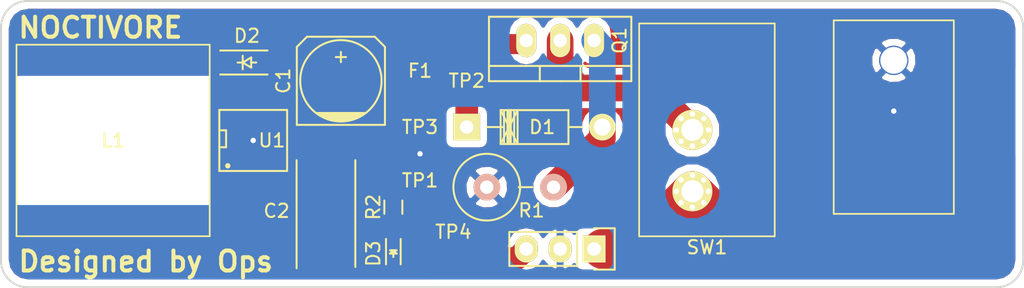
<source format=kicad_pcb>
(kicad_pcb (version 4) (host pcbnew 4.0.2+e4-6225~38~ubuntu15.04.1-stable)

  (general
    (links 49)
    (no_connects 2)
    (area 110.125 87.575 188.475 112.064524)
    (thickness 1.6)
    (drawings 11)
    (tracks 34)
    (zones 0)
    (modules 18)
    (nets 10)
  )

  (page A4)
  (title_block
    (date 2016-06-11)
  )

  (layers
    (0 F.Cu signal)
    (31 B.Cu signal)
    (32 B.Adhes user)
    (33 F.Adhes user)
    (34 B.Paste user)
    (35 F.Paste user)
    (36 B.SilkS user)
    (37 F.SilkS user)
    (38 B.Mask user)
    (39 F.Mask user)
    (40 Dwgs.User user)
    (41 Cmts.User user)
    (42 Eco1.User user)
    (43 Eco2.User user)
    (44 Edge.Cuts user)
    (45 Margin user)
    (46 B.CrtYd user)
    (47 F.CrtYd user)
    (48 B.Fab user)
    (49 F.Fab user)
  )

  (setup
    (last_trace_width 0.25)
    (trace_clearance 0.2)
    (zone_clearance 0.508)
    (zone_45_only yes)
    (trace_min 0.2)
    (segment_width 0.2)
    (edge_width 0.15)
    (via_size 0.6)
    (via_drill 0.4)
    (via_min_size 0.4)
    (via_min_drill 0.3)
    (uvia_size 0.3)
    (uvia_drill 0.1)
    (uvias_allowed no)
    (uvia_min_size 0.2)
    (uvia_min_drill 0.1)
    (pcb_text_width 0.3)
    (pcb_text_size 1.5 1.5)
    (mod_edge_width 0.15)
    (mod_text_size 1 1)
    (mod_text_width 0.15)
    (pad_size 0.508 1.143)
    (pad_drill 0)
    (pad_to_mask_clearance 0.2)
    (aux_axis_origin 0 0)
    (visible_elements FFFFFF7F)
    (pcbplotparams
      (layerselection 0x01038_80000001)
      (usegerberextensions true)
      (excludeedgelayer true)
      (linewidth 0.100000)
      (plotframeref false)
      (viasonmask false)
      (mode 1)
      (useauxorigin false)
      (hpglpennumber 1)
      (hpglpenspeed 20)
      (hpglpendiameter 15)
      (hpglpenoverlay 2)
      (psnegative false)
      (psa4output false)
      (plotreference true)
      (plotvalue false)
      (plotinvisibletext false)
      (padsonsilk false)
      (subtractmaskfromsilk false)
      (outputformat 1)
      (mirror false)
      (drillshape 0)
      (scaleselection 1)
      (outputdirectory gerbers/))
  )

  (net 0 "")
  (net 1 "Net-(C1-Pad1)")
  (net 2 GND)
  (net 3 +3V3)
  (net 4 "Net-(D1-Pad2)")
  (net 5 "Net-(D1-Pad1)")
  (net 6 "Net-(D2-Pad1)")
  (net 7 "Net-(D3-Pad1)")
  (net 8 "Net-(Q1-Pad2)")
  (net 9 /VIN)

  (net_class Default "This is the default net class."
    (clearance 0.2)
    (trace_width 0.25)
    (via_dia 0.6)
    (via_drill 0.4)
    (uvia_dia 0.3)
    (uvia_drill 0.1)
    (add_net +3V3)
    (add_net /VIN)
    (add_net GND)
    (add_net "Net-(C1-Pad1)")
    (add_net "Net-(D1-Pad1)")
    (add_net "Net-(D1-Pad2)")
    (add_net "Net-(D2-Pad1)")
    (add_net "Net-(D3-Pad1)")
    (add_net "Net-(Q1-Pad2)")
  )

  (module Capacitors_SMD:c_elec_6.3x7.7 (layer F.Cu) (tedit 5758EC29) (tstamp 5757AF48)
    (at 136.57 95.53 90)
    (descr "SMT capacitor, aluminium electrolytic, 6.3x7.7")
    (path /5750CD82)
    (attr smd)
    (fp_text reference C1 (at 0 -4.318 90) (layer F.SilkS)
      (effects (font (size 1 1) (thickness 0.15)))
    )
    (fp_text value 68uF (at 0 4.318 90) (layer F.Fab) hide
      (effects (font (size 1 1) (thickness 0.15)))
    )
    (fp_line (start -4.85 -3.55) (end 4.85 -3.55) (layer F.CrtYd) (width 0.05))
    (fp_line (start 4.85 -3.55) (end 4.85 3.55) (layer F.CrtYd) (width 0.05))
    (fp_line (start 4.85 3.55) (end -4.85 3.55) (layer F.CrtYd) (width 0.05))
    (fp_line (start -4.85 3.55) (end -4.85 -3.55) (layer F.CrtYd) (width 0.05))
    (fp_line (start -2.921 -0.762) (end -2.921 0.762) (layer F.SilkS) (width 0.15))
    (fp_line (start -2.794 1.143) (end -2.794 -1.143) (layer F.SilkS) (width 0.15))
    (fp_line (start -2.667 -1.397) (end -2.667 1.397) (layer F.SilkS) (width 0.15))
    (fp_line (start -2.54 1.651) (end -2.54 -1.651) (layer F.SilkS) (width 0.15))
    (fp_line (start -2.413 -1.778) (end -2.413 1.778) (layer F.SilkS) (width 0.15))
    (fp_line (start -3.302 -3.302) (end -3.302 3.302) (layer F.SilkS) (width 0.15))
    (fp_line (start -3.302 3.302) (end 2.54 3.302) (layer F.SilkS) (width 0.15))
    (fp_line (start 2.54 3.302) (end 3.302 2.54) (layer F.SilkS) (width 0.15))
    (fp_line (start 3.302 2.54) (end 3.302 -2.54) (layer F.SilkS) (width 0.15))
    (fp_line (start 3.302 -2.54) (end 2.54 -3.302) (layer F.SilkS) (width 0.15))
    (fp_line (start 2.54 -3.302) (end -3.302 -3.302) (layer F.SilkS) (width 0.15))
    (fp_line (start 2.159 0) (end 1.397 0) (layer F.SilkS) (width 0.15))
    (fp_line (start 1.778 -0.381) (end 1.778 0.381) (layer F.SilkS) (width 0.15))
    (fp_circle (center 0 0) (end -3.048 0) (layer F.SilkS) (width 0.15))
    (pad 1 smd rect (at 2.75082 0 90) (size 3.59918 1.6002) (layers F.Cu F.Paste F.Mask)
      (net 1 "Net-(C1-Pad1)"))
    (pad 2 smd rect (at -2.75082 0 90) (size 3.59918 1.6002) (layers F.Cu F.Paste F.Mask)
      (net 2 GND))
    (model Capacitors_SMD.3dshapes/c_elec_6.3x7.7.wrl
      (at (xyz 0 0 0))
      (scale (xyz 1 1 1))
      (rotate (xyz 0 0 0))
    )
  )

  (module Capacitors_Tantalum_SMD:TantalC_SizeD_EIA-7343_Reflow (layer F.Cu) (tedit 5757B367) (tstamp 5757AF4E)
    (at 135.45 105.28 90)
    (descr "Tantal Cap. , Size D, EIA-7343, Reflow")
    (tags "Tantal Capacitor Size-D EIA-7343 Reflow")
    (path /5750CEDA)
    (attr smd)
    (fp_text reference C2 (at 0 -3.7 180) (layer F.SilkS)
      (effects (font (size 1 1) (thickness 0.15)))
    )
    (fp_text value 10uF (at -0.09906 3.59918 90) (layer F.Fab) hide
      (effects (font (size 1 1) (thickness 0.15)))
    )
    (fp_line (start 4.6 -2.6) (end -4.6 -2.6) (layer F.CrtYd) (width 0.05))
    (fp_line (start -4.6 -2.6) (end -4.6 2.6) (layer F.CrtYd) (width 0.05))
    (fp_line (start -4.6 2.6) (end 4.6 2.6) (layer F.CrtYd) (width 0.05))
    (fp_line (start 4.6 2.6) (end 4.6 -2.6) (layer F.CrtYd) (width 0.05))
    (fp_line (start -4.2 2.2) (end 3.8 2.2) (layer F.SilkS) (width 0.15))
    (fp_line (start 3.8 -2.2) (end -4.3 -2.2) (layer F.SilkS) (width 0.15))
    (pad 2 smd rect (at 3.12 0 90) (size 2.37 2.43) (layers F.Cu F.Paste F.Mask)
      (net 2 GND))
    (pad 1 smd rect (at -3.12 0 90) (size 2.37 2.43) (layers F.Cu F.Paste F.Mask)
      (net 3 +3V3))
    (model Capacitors_Tantalum_SMD.3dshapes/TantalC_SizeD_EIA-7343_Reflow.wrl
      (at (xyz 0 0 0))
      (scale (xyz 1 1 1))
      (rotate (xyz 0 0 180))
    )
  )

  (module Diodes_ThroughHole:Diode_DO-41_SOD81_Horizontal_RM10 (layer F.Cu) (tedit 5758F3EE) (tstamp 5757AF54)
    (at 146 99)
    (descr "Diode, DO-41, SOD81, Horizontal, RM 10mm,")
    (tags "Diode, DO-41, SOD81, Horizontal, RM 10mm, 1N4007, SB140,")
    (path /5750CD17)
    (fp_text reference D1 (at 5.65 0) (layer F.SilkS)
      (effects (font (size 1 1) (thickness 0.15)))
    )
    (fp_text value 1N4749A (at 4.37134 -3.55854) (layer F.Fab) hide
      (effects (font (size 1 1) (thickness 0.15)))
    )
    (fp_line (start 7.62 -0.00254) (end 8.636 -0.00254) (layer F.SilkS) (width 0.15))
    (fp_line (start 2.794 -0.00254) (end 1.524 -0.00254) (layer F.SilkS) (width 0.15))
    (fp_line (start 3.048 -1.27254) (end 3.048 1.26746) (layer F.SilkS) (width 0.15))
    (fp_line (start 3.302 -1.27254) (end 3.302 1.26746) (layer F.SilkS) (width 0.15))
    (fp_line (start 3.556 -1.27254) (end 3.556 1.26746) (layer F.SilkS) (width 0.15))
    (fp_line (start 2.794 -1.27254) (end 2.794 1.26746) (layer F.SilkS) (width 0.15))
    (fp_line (start 3.81 -1.27254) (end 2.54 1.26746) (layer F.SilkS) (width 0.15))
    (fp_line (start 2.54 -1.27254) (end 3.81 1.26746) (layer F.SilkS) (width 0.15))
    (fp_line (start 3.81 -1.27254) (end 3.81 1.26746) (layer F.SilkS) (width 0.15))
    (fp_line (start 3.175 -1.27254) (end 3.175 1.26746) (layer F.SilkS) (width 0.15))
    (fp_line (start 2.54 1.26746) (end 2.54 -1.27254) (layer F.SilkS) (width 0.15))
    (fp_line (start 2.54 -1.27254) (end 7.62 -1.27254) (layer F.SilkS) (width 0.15))
    (fp_line (start 7.62 -1.27254) (end 7.62 1.26746) (layer F.SilkS) (width 0.15))
    (fp_line (start 7.62 1.26746) (end 2.54 1.26746) (layer F.SilkS) (width 0.15))
    (pad 2 thru_hole circle (at 10.16 -0.00254 180) (size 1.99898 1.99898) (drill 1.27) (layers *.Cu *.Mask F.SilkS)
      (net 4 "Net-(D1-Pad2)"))
    (pad 1 thru_hole rect (at 0 -0.00254 180) (size 1.99898 1.99898) (drill 1.00076) (layers *.Cu *.Mask F.SilkS)
      (net 5 "Net-(D1-Pad1)"))
  )

  (module Diodes_SMD:SOD-123 (layer F.Cu) (tedit 5757AF95) (tstamp 5757AF5A)
    (at 129.53 94.16)
    (descr SOD-123)
    (tags SOD-123)
    (path /5750CDC7)
    (attr smd)
    (fp_text reference D2 (at 0 -2) (layer F.SilkS)
      (effects (font (size 1 1) (thickness 0.15)))
    )
    (fp_text value MBRS130L (at 0 2.1) (layer F.Fab) hide
      (effects (font (size 1 1) (thickness 0.15)))
    )
    (fp_line (start 0.3175 0) (end 0.6985 0) (layer F.SilkS) (width 0.15))
    (fp_line (start -0.6985 0) (end -0.3175 0) (layer F.SilkS) (width 0.15))
    (fp_line (start -0.3175 0) (end 0.3175 -0.381) (layer F.SilkS) (width 0.15))
    (fp_line (start 0.3175 -0.381) (end 0.3175 0.381) (layer F.SilkS) (width 0.15))
    (fp_line (start 0.3175 0.381) (end -0.3175 0) (layer F.SilkS) (width 0.15))
    (fp_line (start -0.3175 -0.508) (end -0.3175 0.508) (layer F.SilkS) (width 0.15))
    (fp_line (start -2.25 -1.05) (end 2.25 -1.05) (layer F.CrtYd) (width 0.05))
    (fp_line (start 2.25 -1.05) (end 2.25 1.05) (layer F.CrtYd) (width 0.05))
    (fp_line (start 2.25 1.05) (end -2.25 1.05) (layer F.CrtYd) (width 0.05))
    (fp_line (start -2.25 -1.05) (end -2.25 1.05) (layer F.CrtYd) (width 0.05))
    (fp_line (start -2 0.9) (end 1.54 0.9) (layer F.SilkS) (width 0.15))
    (fp_line (start -2 -0.9) (end 1.54 -0.9) (layer F.SilkS) (width 0.15))
    (pad 1 smd rect (at -1.635 0) (size 0.91 1.22) (layers F.Cu F.Paste F.Mask)
      (net 6 "Net-(D2-Pad1)"))
    (pad 2 smd rect (at 1.635 0) (size 0.91 1.22) (layers F.Cu F.Paste F.Mask)
      (net 2 GND))
  )

  (module LEDs:LED_0603 (layer F.Cu) (tedit 5758F7FE) (tstamp 5757AF60)
    (at 140.5 108.48 270)
    (descr "LED 0603 smd package")
    (tags "LED led 0603 SMD smd SMT smt smdled SMDLED smtled SMTLED")
    (path /5750D03D)
    (attr smd)
    (fp_text reference D3 (at 0 1.5 270) (layer F.SilkS)
      (effects (font (size 1 1) (thickness 0.15)))
    )
    (fp_text value "PWR LED" (at 0 1.5 270) (layer F.Fab) hide
      (effects (font (size 1 1) (thickness 0.15)))
    )
    (fp_line (start -1.1 0.55) (end 0.8 0.55) (layer F.SilkS) (width 0.15))
    (fp_line (start -1.1 -0.55) (end 0.8 -0.55) (layer F.SilkS) (width 0.15))
    (fp_line (start -0.2 0) (end 0.25 0) (layer F.SilkS) (width 0.15))
    (fp_line (start -0.25 -0.25) (end -0.25 0.25) (layer F.SilkS) (width 0.15))
    (fp_line (start -0.25 0) (end 0 -0.25) (layer F.SilkS) (width 0.15))
    (fp_line (start 0 -0.25) (end 0 0.25) (layer F.SilkS) (width 0.15))
    (fp_line (start 0 0.25) (end -0.25 0) (layer F.SilkS) (width 0.15))
    (fp_line (start 1.4 -0.75) (end 1.4 0.75) (layer F.CrtYd) (width 0.05))
    (fp_line (start 1.4 0.75) (end -1.4 0.75) (layer F.CrtYd) (width 0.05))
    (fp_line (start -1.4 0.75) (end -1.4 -0.75) (layer F.CrtYd) (width 0.05))
    (fp_line (start -1.4 -0.75) (end 1.4 -0.75) (layer F.CrtYd) (width 0.05))
    (pad 2 smd rect (at 0.7493 0 90) (size 0.79756 0.79756) (layers F.Cu F.Paste F.Mask)
      (net 3 +3V3))
    (pad 1 smd rect (at -0.7493 0 90) (size 0.79756 0.79756) (layers F.Cu F.Paste F.Mask)
      (net 7 "Net-(D3-Pad1)"))
    (model LEDs.3dshapes/LED_0603.wrl
      (at (xyz 0 0 0))
      (scale (xyz 1 1 1))
      (rotate (xyz 0 0 180))
    )
  )

  (module Fuse_Holders_and_Fuses:Fuse_SMD1206_Reflow (layer F.Cu) (tedit 5758ECC9) (tstamp 5757AF66)
    (at 142.5 92.77918 180)
    (descr "Fuse, Sicherung, SMD1206, Littlefuse-Wickmann, Reflow,")
    (tags "Fuse, Sicherung, SMD1206,  Littlefuse-Wickmann, Reflow,")
    (path /5750CD4F)
    (attr smd)
    (fp_text reference F1 (at 0 -2 180) (layer F.SilkS)
      (effects (font (size 1 1) (thickness 0.15)))
    )
    (fp_text value 0ZCJ0050AF2E (at -0.44958 3.2004 180) (layer F.Fab) hide
      (effects (font (size 1 1) (thickness 0.15)))
    )
    (pad 1 smd rect (at -1.20396 0 270) (size 2.02946 1.14046) (layers F.Cu F.Paste F.Mask)
      (net 5 "Net-(D1-Pad1)"))
    (pad 2 smd rect (at 1.20396 0 270) (size 2.02946 1.14046) (layers F.Cu F.Paste F.Mask)
      (net 1 "Net-(C1-Pad1)"))
  )

  (module power_breakout:PE-53820SNL_Pulse_Inductor (layer F.Cu) (tedit 5757B2BF) (tstamp 5757AF70)
    (at 119.5 100 270)
    (path /5750CDF8)
    (fp_text reference L1 (at 0 0 360) (layer F.SilkS)
      (effects (font (size 1 1) (thickness 0.15)))
    )
    (fp_text value 100uH (at 0 8.25 270) (layer F.Fab) hide
      (effects (font (size 1 1) (thickness 0.15)))
    )
    (fp_line (start -7.175 7.24) (end -7.175 -7.24) (layer F.SilkS) (width 0.127))
    (fp_line (start 7.175 7.24) (end -7.175 7.24) (layer F.SilkS) (width 0.127))
    (fp_line (start 7.175 -7.24) (end 7.175 7.24) (layer F.SilkS) (width 0.127))
    (fp_line (start -7.175 -7.24) (end 7.175 -7.24) (layer F.SilkS) (width 0.127))
    (pad 1 smd oval (at -5.84 0 270) (size 1.52 13.21) (layers F.Cu F.Paste F.Mask)
      (net 6 "Net-(D2-Pad1)"))
    (pad 2 smd oval (at 5.84 0 270) (size 1.52 13.21) (layers F.Cu F.Paste F.Mask)
      (net 3 +3V3))
  )

  (module TO_SOT_Packages_THT:TO-220_Neutral123_Vertical (layer F.Cu) (tedit 5758F3D3) (tstamp 5757AF77)
    (at 153 92.51 180)
    (descr "TO-220, Neutral, Vertical,")
    (tags "TO-220, Neutral, Vertical,")
    (path /5750CCA2)
    (fp_text reference Q1 (at -4.45 0 270) (layer F.SilkS)
      (effects (font (size 1 1) (thickness 0.15)))
    )
    (fp_text value FQP47P06 (at 0 3.81 180) (layer F.Fab) hide
      (effects (font (size 1 1) (thickness 0.15)))
    )
    (fp_line (start -1.524 -3.048) (end -1.524 -1.905) (layer F.SilkS) (width 0.15))
    (fp_line (start 1.524 -3.048) (end 1.524 -1.905) (layer F.SilkS) (width 0.15))
    (fp_line (start 5.334 -1.905) (end 5.334 1.778) (layer F.SilkS) (width 0.15))
    (fp_line (start 5.334 1.778) (end -5.334 1.778) (layer F.SilkS) (width 0.15))
    (fp_line (start -5.334 1.778) (end -5.334 -1.905) (layer F.SilkS) (width 0.15))
    (fp_line (start 5.334 -3.048) (end 5.334 -1.905) (layer F.SilkS) (width 0.15))
    (fp_line (start 5.334 -1.905) (end -5.334 -1.905) (layer F.SilkS) (width 0.15))
    (fp_line (start -5.334 -1.905) (end -5.334 -3.048) (layer F.SilkS) (width 0.15))
    (fp_line (start 0 -3.048) (end -5.334 -3.048) (layer F.SilkS) (width 0.15))
    (fp_line (start 0 -3.048) (end 5.334 -3.048) (layer F.SilkS) (width 0.15))
    (pad 2 thru_hole oval (at 0 0 270) (size 2.49936 1.50114) (drill 1.00076) (layers *.Cu *.Mask F.SilkS)
      (net 8 "Net-(Q1-Pad2)"))
    (pad 1 thru_hole oval (at -2.54 0 270) (size 2.49936 1.50114) (drill 1.00076) (layers *.Cu *.Mask F.SilkS)
      (net 4 "Net-(D1-Pad2)"))
    (pad 3 thru_hole oval (at 2.54 0 270) (size 2.49936 1.50114) (drill 1.00076) (layers *.Cu *.Mask F.SilkS)
      (net 5 "Net-(D1-Pad1)"))
    (model TO_SOT_Packages_THT.3dshapes/TO-220_Neutral123_Vertical.wrl
      (at (xyz 0 0 0))
      (scale (xyz 0.3937 0.3937 0.3937))
      (rotate (xyz 0 0 0))
    )
  )

  (module Resistors_SMD:R_0603 (layer F.Cu) (tedit 5758F802) (tstamp 5757AF83)
    (at 140.5 105 90)
    (descr "Resistor SMD 0603, reflow soldering, Vishay (see dcrcw.pdf)")
    (tags "resistor 0603")
    (path /5750CF7B)
    (attr smd)
    (fp_text reference R2 (at 0 -1.5 90) (layer F.SilkS)
      (effects (font (size 1 1) (thickness 0.15)))
    )
    (fp_text value 100 (at 0 1.9 90) (layer F.Fab) hide
      (effects (font (size 1 1) (thickness 0.15)))
    )
    (fp_line (start -1.3 -0.8) (end 1.3 -0.8) (layer F.CrtYd) (width 0.05))
    (fp_line (start -1.3 0.8) (end 1.3 0.8) (layer F.CrtYd) (width 0.05))
    (fp_line (start -1.3 -0.8) (end -1.3 0.8) (layer F.CrtYd) (width 0.05))
    (fp_line (start 1.3 -0.8) (end 1.3 0.8) (layer F.CrtYd) (width 0.05))
    (fp_line (start 0.5 0.675) (end -0.5 0.675) (layer F.SilkS) (width 0.15))
    (fp_line (start -0.5 -0.675) (end 0.5 -0.675) (layer F.SilkS) (width 0.15))
    (pad 1 smd rect (at -0.75 0 90) (size 0.5 0.9) (layers F.Cu F.Paste F.Mask)
      (net 7 "Net-(D3-Pad1)"))
    (pad 2 smd rect (at 0.75 0 90) (size 0.5 0.9) (layers F.Cu F.Paste F.Mask)
      (net 2 GND))
    (model Resistors_SMD.3dshapes/R_0603.wrl
      (at (xyz 0 0 0))
      (scale (xyz 1 1 1))
      (rotate (xyz 0 0 0))
    )
  )

  (module power_breakout:RCS-0C_Test_Point (layer F.Cu) (tedit 5758F1A6) (tstamp 5757AFA2)
    (at 142.5 101)
    (path /5757889C)
    (fp_text reference TP1 (at 0 2) (layer F.SilkS)
      (effects (font (size 1 1) (thickness 0.15)))
    )
    (fp_text value TP1 (at 0 2) (layer F.Fab) hide
      (effects (font (size 1 1) (thickness 0.15)))
    )
    (pad 1 smd rect (at 0 0) (size 3.3 1.7) (layers F.Cu F.Paste F.Mask)
      (net 2 GND))
  )

  (module power_breakout:RCS-0C_Test_Point (layer F.Cu) (tedit 5757B9B6) (tstamp 5757AFA7)
    (at 146 92.77918 90)
    (path /575789D6)
    (fp_text reference TP2 (at -2.75 0 180) (layer F.SilkS)
      (effects (font (size 1 1) (thickness 0.15)))
    )
    (fp_text value TP1 (at 0 2 90) (layer F.Fab) hide
      (effects (font (size 1 1) (thickness 0.15)))
    )
    (pad 1 smd rect (at 0 0 90) (size 3.3 1.7) (layers F.Cu F.Paste F.Mask)
      (net 5 "Net-(D1-Pad1)"))
  )

  (module power_breakout:RCS-0C_Test_Point (layer F.Cu) (tedit 5757B51B) (tstamp 5757AFAC)
    (at 142.5 97)
    (path /57578A9C)
    (fp_text reference TP3 (at 0 2) (layer F.SilkS)
      (effects (font (size 1 1) (thickness 0.15)))
    )
    (fp_text value TP1 (at 0 2) (layer F.Fab) hide
      (effects (font (size 1 1) (thickness 0.15)))
    )
    (pad 1 smd rect (at 0 0) (size 3.3 1.7) (layers F.Cu F.Paste F.Mask)
      (net 1 "Net-(C1-Pad1)"))
  )

  (module power_breakout:RCS-0C_Test_Point (layer F.Cu) (tedit 5757AFAC) (tstamp 5757AFB1)
    (at 145 108.85)
    (path /57578588)
    (fp_text reference TP4 (at 0 -2) (layer F.SilkS)
      (effects (font (size 1 1) (thickness 0.15)))
    )
    (fp_text value TP1 (at 0 2) (layer F.Fab) hide
      (effects (font (size 1 1) (thickness 0.15)))
    )
    (pad 1 smd rect (at 0 0) (size 3.3 1.7) (layers F.Cu F.Paste F.Mask)
      (net 3 +3V3))
  )

  (module SMD_Packages:SOIC-8-N (layer F.Cu) (tedit 575902E3) (tstamp 5757AFBD)
    (at 130 100)
    (descr "Module Narrow CMS SOJ 8 pins large")
    (tags "CMS SOJ")
    (path /5750D76B)
    (attr smd)
    (fp_text reference U1 (at 1.4 0) (layer F.SilkS)
      (effects (font (size 1 1) (thickness 0.15)))
    )
    (fp_text value LM2594 (at 0 1.27) (layer F.Fab) hide
      (effects (font (size 1 1) (thickness 0.15)))
    )
    (fp_line (start -2.54 -2.286) (end 2.54 -2.286) (layer F.SilkS) (width 0.15))
    (fp_line (start 2.54 -2.286) (end 2.54 2.286) (layer F.SilkS) (width 0.15))
    (fp_line (start 2.54 2.286) (end -2.54 2.286) (layer F.SilkS) (width 0.15))
    (fp_line (start -2.54 2.286) (end -2.54 -2.286) (layer F.SilkS) (width 0.15))
    (fp_line (start -2.54 -0.762) (end -2.032 -0.762) (layer F.SilkS) (width 0.15))
    (fp_line (start -2.032 -0.762) (end -2.032 0.508) (layer F.SilkS) (width 0.15))
    (fp_line (start -2.032 0.508) (end -2.54 0.508) (layer F.SilkS) (width 0.15))
    (pad 8 smd rect (at -1.905 -3.175) (size 0.508 1.143) (layers F.Cu F.Paste F.Mask)
      (net 6 "Net-(D2-Pad1)"))
    (pad 7 smd rect (at -0.635 -3.175) (size 0.508 1.143) (layers F.Cu F.Paste F.Mask)
      (net 1 "Net-(C1-Pad1)"))
    (pad 6 smd rect (at 0.635 -3.175) (size 0.508 1.143) (layers F.Cu F.Paste F.Mask)
      (net 2 GND))
    (pad 5 smd rect (at 1.905 -3.175) (size 0.508 1.143) (layers F.Cu F.Paste F.Mask)
      (net 2 GND))
    (pad 4 smd rect (at 1.905 3.175) (size 0.508 1.143) (layers F.Cu F.Paste F.Mask)
      (net 3 +3V3))
    (pad 3 smd rect (at 0.635 3.175) (size 0.508 1.143) (layers F.Cu F.Paste F.Mask)
      (net 2 GND))
    (pad 2 smd rect (at -0.635 3.175) (size 0.508 1.143) (layers F.Cu F.Paste F.Mask)
      (net 2 GND))
    (pad 1 smd rect (at -1.905 3.175) (size 0.508 1.143) (layers F.Cu F.Paste F.Mask)
      (net 2 GND))
    (model SMD_Packages.3dshapes/SOIC-8-N.wrl
      (at (xyz 0 0 0))
      (scale (xyz 0.5 0.38 0.5))
      (rotate (xyz 0 0 0))
    )
  )

  (module Resistors_ThroughHole:Resistor_Vertical_RM5mm (layer F.Cu) (tedit 5758F3F8) (tstamp 5757B4C2)
    (at 150 103.5)
    (descr "Resistor, Vertical, RM 5mm, 1/3W,")
    (tags "Resistor, Vertical, RM 5mm, 1/3W,")
    (path /5750CD32)
    (fp_text reference R1 (at 0.85 1.75) (layer F.SilkS)
      (effects (font (size 1 1) (thickness 0.15)))
    )
    (fp_text value 100K (at 0 4.50088) (layer F.Fab) hide
      (effects (font (size 1 1) (thickness 0.15)))
    )
    (fp_line (start -0.09906 0) (end 0.9017 0) (layer F.SilkS) (width 0.15))
    (fp_circle (center -2.49936 0) (end 0 0) (layer F.SilkS) (width 0.15))
    (pad 1 thru_hole circle (at -2.49936 0) (size 1.99898 1.99898) (drill 1.00076) (layers *.Cu *.SilkS *.Mask)
      (net 2 GND))
    (pad 2 thru_hole circle (at 2.5019 0) (size 1.99898 1.99898) (drill 1.00076) (layers *.Cu *.SilkS *.Mask)
      (net 4 "Net-(D1-Pad2)"))
  )

  (module Pin_Headers:Pin_Header_Straight_1x03 (layer F.Cu) (tedit 5757B897) (tstamp 5757B896)
    (at 155.54 108.13 270)
    (descr "Through hole pin header")
    (tags "pin header")
    (path /5757BC10)
    (fp_text reference P1 (at 0 -5.1 270) (layer F.SilkS) hide
      (effects (font (size 1 1) (thickness 0.15)))
    )
    (fp_text value Header (at 0 -3.1 270) (layer F.Fab) hide
      (effects (font (size 1 1) (thickness 0.15)))
    )
    (fp_line (start -1.75 -1.75) (end -1.75 6.85) (layer F.CrtYd) (width 0.05))
    (fp_line (start 1.75 -1.75) (end 1.75 6.85) (layer F.CrtYd) (width 0.05))
    (fp_line (start -1.75 -1.75) (end 1.75 -1.75) (layer F.CrtYd) (width 0.05))
    (fp_line (start -1.75 6.85) (end 1.75 6.85) (layer F.CrtYd) (width 0.05))
    (fp_line (start -1.27 1.27) (end -1.27 6.35) (layer F.SilkS) (width 0.15))
    (fp_line (start -1.27 6.35) (end 1.27 6.35) (layer F.SilkS) (width 0.15))
    (fp_line (start 1.27 6.35) (end 1.27 1.27) (layer F.SilkS) (width 0.15))
    (fp_line (start 1.55 -1.55) (end 1.55 0) (layer F.SilkS) (width 0.15))
    (fp_line (start 1.27 1.27) (end -1.27 1.27) (layer F.SilkS) (width 0.15))
    (fp_line (start -1.55 0) (end -1.55 -1.55) (layer F.SilkS) (width 0.15))
    (fp_line (start -1.55 -1.55) (end 1.55 -1.55) (layer F.SilkS) (width 0.15))
    (pad 1 thru_hole rect (at 0 0 270) (size 2.032 1.7272) (drill 1.016) (layers *.Cu *.Mask F.SilkS)
      (net 9 /VIN))
    (pad 2 thru_hole oval (at 0 2.54 270) (size 2.032 1.7272) (drill 1.016) (layers *.Cu *.Mask F.SilkS)
      (net 2 GND))
    (pad 3 thru_hole oval (at 0 5.08 270) (size 2.032 1.7272) (drill 1.016) (layers *.Cu *.Mask F.SilkS)
      (net 3 +3V3))
    (model Pin_Headers.3dshapes/Pin_Header_Straight_1x03.wrl
      (at (xyz 0 -0.1 0))
      (scale (xyz 1 1 1))
      (rotate (xyz 0 0 90))
    )
  )

  (module power_breakout:GF-123-0054 (layer F.Cu) (tedit 5758F232) (tstamp 5757AF9D)
    (at 164 99.209 90)
    (path /5757A596)
    (fp_text reference SW1 (at -8.8 0 180) (layer F.SilkS)
      (effects (font (size 1 1) (thickness 0.15)))
    )
    (fp_text value GF-123-0054 (at 0 -5.9 90) (layer F.Fab) hide
      (effects (font (size 1 1) (thickness 0.15)))
    )
    (fp_line (start -7.975 5.08) (end -7.975 -5.08) (layer F.SilkS) (width 0.127))
    (fp_line (start 7.975 5.08) (end -7.975 5.08) (layer F.SilkS) (width 0.127))
    (fp_line (start 7.975 -5.08) (end 7.975 5.08) (layer F.SilkS) (width 0.127))
    (fp_line (start -7.975 -5.08) (end 7.975 -5.08) (layer F.SilkS) (width 0.127))
    (pad 2 thru_hole circle (at 0 -1.09 90) (size 3 3) (drill 1.65) (layers *.Cu *.Mask F.SilkS)
      (net 8 "Net-(Q1-Pad2)"))
    (pad 1 thru_hole circle (at -4.6 -1.09 90) (size 3 3) (drill 1.65) (layers *.Cu *.Mask F.SilkS)
      (net 9 /VIN))
    (pad 2 thru_hole circle (at 0 -2.29 90) (size 0.45 0.45) (drill 0.4) (layers *.Cu)
      (net 8 "Net-(Q1-Pad2)"))
    (pad 2 thru_hole circle (at 0 0.11 90) (size 0.45 0.45) (drill 0.4) (layers *.Cu)
      (net 8 "Net-(Q1-Pad2)"))
    (pad 2 thru_hole circle (at 1.2 -1.09 90) (size 0.45 0.45) (drill 0.4) (layers *.Cu)
      (net 8 "Net-(Q1-Pad2)"))
    (pad 2 thru_hole circle (at -1.2 -1.09 90) (size 0.45 0.45) (drill 0.4) (layers *.Cu)
      (net 8 "Net-(Q1-Pad2)"))
    (pad 2 thru_hole circle (at 0.849 -1.939 90) (size 0.45 0.45) (drill 0.4) (layers *.Cu)
      (net 8 "Net-(Q1-Pad2)"))
    (pad 2 thru_hole circle (at -0.849 -1.939 90) (size 0.45 0.45) (drill 0.4) (layers *.Cu)
      (net 8 "Net-(Q1-Pad2)"))
    (pad 2 thru_hole circle (at -0.849 -0.241 90) (size 0.45 0.45) (drill 0.4) (layers *.Cu)
      (net 8 "Net-(Q1-Pad2)"))
    (pad 2 thru_hole circle (at 0.849 -0.241 90) (size 0.45 0.45) (drill 0.4) (layers *.Cu)
      (net 8 "Net-(Q1-Pad2)"))
    (pad 1 thru_hole circle (at -4.6 -2.29 90) (size 0.45 0.45) (drill 0.4) (layers *.Cu)
      (net 9 /VIN))
    (pad 1 thru_hole circle (at -4.6 0.11 90) (size 0.45 0.45) (drill 0.4) (layers *.Cu)
      (net 9 /VIN))
    (pad 1 thru_hole circle (at -3.4 -1.09 90) (size 0.45 0.45) (drill 0.4) (layers *.Cu)
      (net 9 /VIN))
    (pad 1 thru_hole circle (at -5.8 -1.09 90) (size 0.45 0.45) (drill 0.4) (layers *.Cu)
      (net 9 /VIN))
    (pad 1 thru_hole circle (at -5.449 -1.939 90) (size 0.45 0.45) (drill 0.4) (layers *.Cu)
      (net 9 /VIN))
    (pad 1 thru_hole circle (at -3.751 -1.939 90) (size 0.45 0.45) (drill 0.4) (layers *.Cu)
      (net 9 /VIN))
    (pad 1 thru_hole circle (at -3.751 -0.241 90) (size 0.45 0.45) (drill 0.4) (layers *.Cu)
      (net 9 /VIN))
    (pad 1 thru_hole circle (at -5.449 -0.241 90) (size 0.45 0.45) (drill 0.4) (layers *.Cu)
      (net 9 /VIN))
  )

  (module power_breakout:PJ-036AH-SMT-TR_Barrel_Jack (layer F.Cu) (tedit 5758FDCE) (tstamp 5758EC3B)
    (at 178 91 270)
    (path /5758E625)
    (fp_text reference CON1 (at 12.55 5.5 270) (layer F.SilkS) hide
      (effects (font (size 1 1) (thickness 0.15)))
    )
    (fp_text value BARREL_JACK (at 6.8 -9.5 270) (layer F.Fab) hide
      (effects (font (size 1 1) (thickness 0.15)))
    )
    (fp_line (start 14.5 -4.5) (end 0 -4.5) (layer F.SilkS) (width 0.127))
    (fp_line (start 14.5 4.5) (end 14.5 -4.5) (layer F.SilkS) (width 0.127))
    (fp_line (start 0 4.5) (end 14.5 4.5) (layer F.SilkS) (width 0.127))
    (fp_line (start 0 -4.5) (end 0 4.5) (layer F.SilkS) (width 0.127))
    (pad "" thru_hole circle (at 3 0 270) (size 2.2 2.2) (drill 2) (layers *.Cu *.Mask)
      (net 2 GND))
    (pad 3 smd rect (at 6.8 6.45 270) (size 6.2 3.9) (layers F.Cu F.Paste F.Mask)
      (net 2 GND))
    (pad 2 smd rect (at 6.8 -6.45 270) (size 6.2 3.9) (layers F.Cu F.Paste F.Mask)
      (net 2 GND))
    (pad 1 smd rect (at 15.8 1 270) (size 4.4 3.3) (layers F.Cu F.Paste F.Mask)
      (net 9 /VIN))
  )

  (gr_circle (center 128.095 101.9) (end 128.11 102) (layer F.SilkS) (width 0.2))
  (gr_text NOCTIVORE (at 118.55 91.55) (layer F.SilkS)
    (effects (font (size 1.5 1.5) (thickness 0.3)))
  )
  (gr_text "Designed by Ops" (at 121.95 109.07) (layer F.SilkS)
    (effects (font (size 1.5 1.5) (thickness 0.3)))
  )
  (gr_arc (start 185.7 91.55) (end 185.7 89.55) (angle 90) (layer Edge.Cuts) (width 0.15) (tstamp 5758EFD8))
  (gr_arc (start 185.7 109) (end 187.7 109) (angle 90) (layer Edge.Cuts) (width 0.15) (tstamp 5758EFD5))
  (gr_arc (start 113.1 109) (end 113.1 111) (angle 90) (layer Edge.Cuts) (width 0.15) (tstamp 5758EFD1))
  (gr_arc (start 113.1 91.55) (end 111.1 91.55) (angle 90) (layer Edge.Cuts) (width 0.15))
  (gr_line (start 111.1 109) (end 111.1 91.55) (layer Edge.Cuts) (width 0.15))
  (gr_line (start 185.7 111) (end 113.1 111) (layer Edge.Cuts) (width 0.15))
  (gr_line (start 187.7 91.55) (end 187.7 109) (layer Edge.Cuts) (width 0.15))
  (gr_line (start 113.1 89.55) (end 185.7 89.55) (layer Edge.Cuts) (width 0.15))

  (via (at 130 100) (size 0.6) (drill 0.4) (layers F.Cu B.Cu) (net 0) (tstamp 5759028D))
  (via (at 178 97.8) (size 0.6) (drill 0.4) (layers F.Cu B.Cu) (net 0))
  (segment (start 129.365 96.825) (end 129.365 93.545) (width 0.508) (layer F.Cu) (net 1))
  (segment (start 129.365 93.545) (end 130.13082 92.77918) (width 0.508) (layer F.Cu) (net 1))
  (segment (start 130.13082 92.77918) (end 135.5199 92.77918) (width 0.508) (layer F.Cu) (net 1))
  (segment (start 135.5199 92.77918) (end 136.57 92.77918) (width 0.508) (layer F.Cu) (net 1))
  (segment (start 136.57 92.77918) (end 140.85 92.77918) (width 2.029) (layer F.Cu) (net 1))
  (segment (start 141.29604 92.77918) (end 141.29604 95.79604) (width 1.14) (layer F.Cu) (net 1))
  (segment (start 141.29604 95.79604) (end 142.5 97) (width 1.14) (layer F.Cu) (net 1))
  (via (at 142.5 101) (size 0.6) (drill 0.4) (layers F.Cu B.Cu) (net 2) (tstamp 5759029D))
  (segment (start 131.905 103.175) (end 131.905 107.33) (width 0.508) (layer F.Cu) (net 3))
  (segment (start 115.15 107.33) (end 134.41 107.33) (width 4.5) (layer F.Cu) (net 3))
  (segment (start 140.5 109.2293) (end 136.2793 109.2293) (width 0.8) (layer F.Cu) (net 3))
  (segment (start 140.5 109.2293) (end 144.6207 109.2293) (width 0.8) (layer F.Cu) (net 3))
  (segment (start 145 108.85) (end 149.74 108.85) (width 1.7) (layer F.Cu) (net 3))
  (segment (start 149.74 108.85) (end 150.46 108.13) (width 1.7) (layer F.Cu) (net 3))
  (segment (start 156.16 98.99746) (end 156.16 93.13) (width 2) (layer B.Cu) (net 4))
  (segment (start 156.16 93.13) (end 155.59 92.51) (width 2) (layer B.Cu) (net 4))
  (segment (start 152.5019 103.5) (end 156.16 99.8419) (width 2) (layer F.Cu) (net 4))
  (segment (start 156.16 99.8419) (end 156.16 98.99746) (width 2) (layer F.Cu) (net 4))
  (segment (start 146 92.77918) (end 150.19082 92.77918) (width 1.5) (layer F.Cu) (net 5))
  (segment (start 144.15 92.77918) (end 146 92.77918) (width 2) (layer F.Cu) (net 5))
  (segment (start 146 99) (end 146 92.77918) (width 1.7) (layer F.Cu) (net 5))
  (segment (start 127.95 94.16) (end 127.95 97.375) (width 0.8) (layer F.Cu) (net 6))
  (segment (start 113.9 93.925) (end 127.35 93.925) (width 2) (layer F.Cu) (net 6))
  (segment (start 140.5 105.8) (end 140.5 107.7307) (width 0.55) (layer F.Cu) (net 7))
  (segment (start 153 92.51) (end 153 94.68) (width 2) (layer F.Cu) (net 8))
  (segment (start 153 94.68) (end 154.39 96.07) (width 2) (layer F.Cu) (net 8))
  (segment (start 154.39 96.07) (end 159.771 96.07) (width 2) (layer F.Cu) (net 8))
  (segment (start 159.771 96.07) (end 162.91 99.209) (width 2) (layer F.Cu) (net 8))
  (segment (start 156.2 108.13) (end 158.589 108.13) (width 3) (layer F.Cu) (net 9))
  (segment (start 158.589 108.13) (end 162.91 103.809) (width 3) (layer F.Cu) (net 9))
  (segment (start 177.1 106.8) (end 165.901 106.8) (width 3) (layer F.Cu) (net 9))
  (segment (start 165.901 106.8) (end 162.91 103.809) (width 3) (layer F.Cu) (net 9))

  (zone (net 2) (net_name GND) (layer F.Cu) (tstamp 0) (hatch edge 0.508)
    (connect_pads (clearance 0.508))
    (min_thickness 0.254)
    (fill yes (arc_segments 16) (thermal_gap 0.508) (thermal_bridge_width 0.508))
    (polygon
      (pts
        (xy 187.7 89.55) (xy 187.7 111) (xy 111.1 111) (xy 111.1 89.55)
      )
    )
    (filled_polygon
      (pts
        (xy 186.188338 90.371046) (xy 186.602333 90.647669) (xy 186.878953 91.06166) (xy 186.99 91.619931) (xy 186.99 94.465052)
        (xy 186.938327 94.340302) (xy 186.759699 94.161673) (xy 186.52631 94.065) (xy 184.73575 94.065) (xy 184.577 94.22375)
        (xy 184.577 97.673) (xy 184.597 97.673) (xy 184.597 97.927) (xy 184.577 97.927) (xy 184.577 101.37625)
        (xy 184.73575 101.535) (xy 186.52631 101.535) (xy 186.759699 101.438327) (xy 186.938327 101.259698) (xy 186.99 101.134948)
        (xy 186.99 108.930069) (xy 186.878953 109.48834) (xy 186.602333 109.902331) (xy 186.188338 110.178954) (xy 185.630069 110.29)
        (xy 149.966233 110.29) (xy 150.308285 110.221961) (xy 150.790054 109.900054) (xy 150.980246 109.709862) (xy 151.033489 109.699271)
        (xy 151.51967 109.374415) (xy 151.726461 109.064931) (xy 152.097964 109.480732) (xy 152.625209 109.734709) (xy 152.640974 109.737358)
        (xy 152.873 109.616217) (xy 152.873 108.257) (xy 152.853 108.257) (xy 152.853 108.003) (xy 152.873 108.003)
        (xy 152.873 106.643783) (xy 153.127 106.643783) (xy 153.127 108.003) (xy 153.147 108.003) (xy 153.147 108.257)
        (xy 153.127 108.257) (xy 153.127 109.616217) (xy 153.359026 109.737358) (xy 153.374791 109.734709) (xy 153.902036 109.480732)
        (xy 154.058907 109.305155) (xy 154.073238 109.381317) (xy 154.21231 109.597441) (xy 154.42451 109.742431) (xy 154.6764 109.79344)
        (xy 154.920456 109.79344) (xy 155.382971 110.102483) (xy 156.2 110.265) (xy 158.589 110.265) (xy 159.406029 110.102483)
        (xy 160.098673 109.639673) (xy 162.91 106.828346) (xy 164.391327 108.309673) (xy 165.083971 108.772483) (xy 165.901 108.935)
        (xy 174.70256 108.935) (xy 174.70256 109) (xy 174.746838 109.235317) (xy 174.88591 109.451441) (xy 175.09811 109.596431)
        (xy 175.35 109.64744) (xy 178.65 109.64744) (xy 178.885317 109.603162) (xy 179.101441 109.46409) (xy 179.246431 109.25189)
        (xy 179.29744 109) (xy 179.29744 104.6) (xy 179.253162 104.364683) (xy 179.11409 104.148559) (xy 178.90189 104.003569)
        (xy 178.65 103.95256) (xy 175.35 103.95256) (xy 175.114683 103.996838) (xy 174.898559 104.13591) (xy 174.753569 104.34811)
        (xy 174.70256 104.6) (xy 174.70256 104.665) (xy 166.785346 104.665) (xy 164.419673 102.299327) (xy 164.120959 102.000091)
        (xy 163.336541 101.674372) (xy 162.487185 101.67363) (xy 161.7022 101.99798) (xy 161.101091 102.598041) (xy 161.10072 102.598934)
        (xy 157.704654 105.995) (xy 156.2 105.995) (xy 155.382971 106.157517) (xy 154.920456 106.46656) (xy 154.6764 106.46656)
        (xy 154.441083 106.510838) (xy 154.224959 106.64991) (xy 154.079969 106.86211) (xy 154.060768 106.956927) (xy 153.902036 106.779268)
        (xy 153.374791 106.525291) (xy 153.359026 106.522642) (xy 153.127 106.643783) (xy 152.873 106.643783) (xy 152.640974 106.522642)
        (xy 152.625209 106.525291) (xy 152.097964 106.779268) (xy 151.726461 107.195069) (xy 151.51967 106.885585) (xy 151.033489 106.560729)
        (xy 150.46 106.446655) (xy 149.886511 106.560729) (xy 149.40033 106.885585) (xy 149.079995 107.365) (xy 146.711431 107.365)
        (xy 146.65 107.35256) (xy 143.35 107.35256) (xy 143.114683 107.396838) (xy 142.898559 107.53591) (xy 142.753569 107.74811)
        (xy 142.70256 108) (xy 142.70256 108.1943) (xy 141.533094 108.1943) (xy 141.54622 108.12948) (xy 141.54622 107.33192)
        (xy 141.501942 107.096603) (xy 141.41 106.953721) (xy 141.41 106.451563) (xy 141.546431 106.25189) (xy 141.59744 106)
        (xy 141.59744 105.5) (xy 141.553162 105.264683) (xy 141.41409 105.048559) (xy 141.345994 105.002031) (xy 141.488327 104.859698)
        (xy 141.57429 104.652163) (xy 146.528083 104.652163) (xy 146.626682 104.918965) (xy 147.236222 105.145401) (xy 147.886017 105.121341)
        (xy 148.374598 104.918965) (xy 148.473197 104.652163) (xy 147.50064 103.679605) (xy 146.528083 104.652163) (xy 141.57429 104.652163)
        (xy 141.585 104.626309) (xy 141.585 104.53375) (xy 141.42625 104.375) (xy 140.627 104.375) (xy 140.627 104.397)
        (xy 140.373 104.397) (xy 140.373 104.375) (xy 139.57375 104.375) (xy 139.415 104.53375) (xy 139.415 104.626309)
        (xy 139.511673 104.859698) (xy 139.65291 105.000936) (xy 139.598559 105.03591) (xy 139.453569 105.24811) (xy 139.40256 105.5)
        (xy 139.40256 106) (xy 139.446838 106.235317) (xy 139.58591 106.451441) (xy 139.59 106.454236) (xy 139.59 106.95532)
        (xy 139.504789 107.08003) (xy 139.45378 107.33192) (xy 139.45378 108.12948) (xy 139.465977 108.1943) (xy 137.31244 108.1943)
        (xy 137.31244 107.215) (xy 137.268162 106.979683) (xy 137.206148 106.88331) (xy 137.075392 106.225958) (xy 136.450003 105.289997)
        (xy 135.514042 104.664608) (xy 134.41 104.445) (xy 132.794 104.445) (xy 132.794 103.807931) (xy 132.80644 103.7465)
        (xy 132.80644 102.6035) (xy 132.776758 102.44575) (xy 133.6 102.44575) (xy 133.6 103.471309) (xy 133.696673 103.704698)
        (xy 133.875301 103.883327) (xy 134.10869 103.98) (xy 135.16425 103.98) (xy 135.323 103.82125) (xy 135.323 102.287)
        (xy 135.577 102.287) (xy 135.577 103.82125) (xy 135.73575 103.98) (xy 136.79131 103.98) (xy 137.024699 103.883327)
        (xy 137.034334 103.873691) (xy 139.415 103.873691) (xy 139.415 103.96625) (xy 139.57375 104.125) (xy 140.373 104.125)
        (xy 140.373 103.52375) (xy 140.627 103.52375) (xy 140.627 104.125) (xy 141.42625 104.125) (xy 141.585 103.96625)
        (xy 141.585 103.873691) (xy 141.488327 103.640302) (xy 141.309699 103.461673) (xy 141.07631 103.365) (xy 140.78575 103.365)
        (xy 140.627 103.52375) (xy 140.373 103.52375) (xy 140.21425 103.365) (xy 139.92369 103.365) (xy 139.690301 103.461673)
        (xy 139.511673 103.640302) (xy 139.415 103.873691) (xy 137.034334 103.873691) (xy 137.203327 103.704698) (xy 137.3 103.471309)
        (xy 137.3 103.235582) (xy 145.855239 103.235582) (xy 145.879299 103.885377) (xy 146.081675 104.373958) (xy 146.348477 104.472557)
        (xy 147.321035 103.5) (xy 147.680245 103.5) (xy 148.652803 104.472557) (xy 148.919605 104.373958) (xy 149.146041 103.764418)
        (xy 149.121981 103.114623) (xy 148.919605 102.626042) (xy 148.652803 102.527443) (xy 147.680245 103.5) (xy 147.321035 103.5)
        (xy 146.348477 102.527443) (xy 146.081675 102.626042) (xy 145.855239 103.235582) (xy 137.3 103.235582) (xy 137.3 102.44575)
        (xy 137.14125 102.287) (xy 135.577 102.287) (xy 135.323 102.287) (xy 133.75875 102.287) (xy 133.6 102.44575)
        (xy 132.776758 102.44575) (xy 132.762162 102.368183) (xy 132.62309 102.152059) (xy 132.41089 102.007069) (xy 132.159 101.95606)
        (xy 131.651 101.95606) (xy 131.415683 102.000338) (xy 131.274629 102.091104) (xy 131.248698 102.065173) (xy 131.015309 101.9685)
        (xy 130.92075 101.9685) (xy 130.762 102.12725) (xy 130.762 103.048) (xy 130.782 103.048) (xy 130.782 103.302)
        (xy 130.762 103.302) (xy 130.762 104.22275) (xy 130.92075 104.3815) (xy 131.015309 104.3815) (xy 131.016 104.381214)
        (xy 131.016 104.445) (xy 126.867 104.445) (xy 126.867 103.46075) (xy 127.206 103.46075) (xy 127.206 103.87281)
        (xy 127.302673 104.106199) (xy 127.481302 104.284827) (xy 127.714691 104.3815) (xy 127.80925 104.3815) (xy 127.968 104.22275)
        (xy 127.968 103.302) (xy 128.222 103.302) (xy 128.222 104.22275) (xy 128.38075 104.3815) (xy 128.475309 104.3815)
        (xy 128.708698 104.284827) (xy 128.73 104.263525) (xy 128.751302 104.284827) (xy 128.984691 104.3815) (xy 129.07925 104.3815)
        (xy 129.238 104.22275) (xy 129.238 103.302) (xy 129.492 103.302) (xy 129.492 104.22275) (xy 129.65075 104.3815)
        (xy 129.745309 104.3815) (xy 129.978698 104.284827) (xy 130 104.263525) (xy 130.021302 104.284827) (xy 130.254691 104.3815)
        (xy 130.34925 104.3815) (xy 130.508 104.22275) (xy 130.508 103.302) (xy 129.492 103.302) (xy 129.238 103.302)
        (xy 128.222 103.302) (xy 127.968 103.302) (xy 127.36475 103.302) (xy 127.206 103.46075) (xy 126.867 103.46075)
        (xy 126.867 102.47719) (xy 127.206 102.47719) (xy 127.206 102.88925) (xy 127.36475 103.048) (xy 127.968 103.048)
        (xy 127.968 102.12725) (xy 128.222 102.12725) (xy 128.222 103.048) (xy 129.238 103.048) (xy 129.238 102.12725)
        (xy 129.492 102.12725) (xy 129.492 103.048) (xy 130.508 103.048) (xy 130.508 102.12725) (xy 130.34925 101.9685)
        (xy 130.254691 101.9685) (xy 130.021302 102.065173) (xy 130 102.086475) (xy 129.978698 102.065173) (xy 129.745309 101.9685)
        (xy 129.65075 101.9685) (xy 129.492 102.12725) (xy 129.238 102.12725) (xy 129.07925 101.9685) (xy 128.984691 101.9685)
        (xy 128.751302 102.065173) (xy 128.73 102.086475) (xy 128.708698 102.065173) (xy 128.475309 101.9685) (xy 128.38075 101.9685)
        (xy 128.222 102.12725) (xy 127.968 102.12725) (xy 127.80925 101.9685) (xy 127.714691 101.9685) (xy 127.481302 102.065173)
        (xy 127.302673 102.243801) (xy 127.206 102.47719) (xy 126.867 102.47719) (xy 126.867 100.848691) (xy 133.6 100.848691)
        (xy 133.6 101.87425) (xy 133.75875 102.033) (xy 135.323 102.033) (xy 135.323 102.013) (xy 135.577 102.013)
        (xy 135.577 102.033) (xy 137.14125 102.033) (xy 137.3 101.87425) (xy 137.3 101.28575) (xy 140.215 101.28575)
        (xy 140.215 101.97631) (xy 140.311673 102.209699) (xy 140.490302 102.388327) (xy 140.723691 102.485) (xy 142.21425 102.485)
        (xy 142.373 102.32625) (xy 142.373 101.127) (xy 142.627 101.127) (xy 142.627 102.32625) (xy 142.78575 102.485)
        (xy 144.276309 102.485) (xy 144.509698 102.388327) (xy 144.550188 102.347837) (xy 146.528083 102.347837) (xy 147.50064 103.320395)
        (xy 148.473197 102.347837) (xy 148.374598 102.081035) (xy 147.765058 101.854599) (xy 147.115263 101.878659) (xy 146.626682 102.081035)
        (xy 146.528083 102.347837) (xy 144.550188 102.347837) (xy 144.688327 102.209699) (xy 144.785 101.97631) (xy 144.785 101.28575)
        (xy 144.62625 101.127) (xy 142.627 101.127) (xy 142.373 101.127) (xy 140.37375 101.127) (xy 140.215 101.28575)
        (xy 137.3 101.28575) (xy 137.3 100.848691) (xy 137.244793 100.71541) (xy 137.49641 100.71541) (xy 137.729799 100.618737)
        (xy 137.908427 100.440108) (xy 138.0051 100.206719) (xy 138.0051 100.02369) (xy 140.215 100.02369) (xy 140.215 100.71425)
        (xy 140.37375 100.873) (xy 142.373 100.873) (xy 142.373 99.67375) (xy 142.21425 99.515) (xy 140.723691 99.515)
        (xy 140.490302 99.611673) (xy 140.311673 99.790301) (xy 140.215 100.02369) (xy 138.0051 100.02369) (xy 138.0051 98.56657)
        (xy 137.84635 98.40782) (xy 136.697 98.40782) (xy 136.697 98.42782) (xy 136.443 98.42782) (xy 136.443 98.40782)
        (xy 135.29365 98.40782) (xy 135.1349 98.56657) (xy 135.1349 100.206719) (xy 135.20839 100.38414) (xy 135.16425 100.34)
        (xy 134.10869 100.34) (xy 133.875301 100.436673) (xy 133.696673 100.615302) (xy 133.6 100.848691) (xy 126.867 100.848691)
        (xy 126.867 95.56) (xy 126.915 95.56) (xy 126.915 97.375) (xy 126.993785 97.771077) (xy 127.218144 98.106856)
        (xy 127.553923 98.331215) (xy 127.95 98.41) (xy 128.346077 98.331215) (xy 128.681856 98.106856) (xy 128.789677 97.945489)
        (xy 128.85911 97.992931) (xy 129.111 98.04394) (xy 129.619 98.04394) (xy 129.854317 97.999662) (xy 129.995371 97.908896)
        (xy 130.021302 97.934827) (xy 130.254691 98.0315) (xy 130.34925 98.0315) (xy 130.508 97.87275) (xy 130.508 96.952)
        (xy 130.762 96.952) (xy 130.762 97.87275) (xy 130.92075 98.0315) (xy 131.015309 98.0315) (xy 131.248698 97.934827)
        (xy 131.27 97.913525) (xy 131.291302 97.934827) (xy 131.524691 98.0315) (xy 131.61925 98.0315) (xy 131.778 97.87275)
        (xy 131.778 96.952) (xy 132.032 96.952) (xy 132.032 97.87275) (xy 132.19075 98.0315) (xy 132.285309 98.0315)
        (xy 132.518698 97.934827) (xy 132.697327 97.756199) (xy 132.794 97.52281) (xy 132.794 97.11075) (xy 132.63525 96.952)
        (xy 132.032 96.952) (xy 131.778 96.952) (xy 130.762 96.952) (xy 130.508 96.952) (xy 130.488 96.952)
        (xy 130.488 96.698) (xy 130.508 96.698) (xy 130.508 95.77725) (xy 130.762 95.77725) (xy 130.762 96.698)
        (xy 131.778 96.698) (xy 131.778 95.77725) (xy 132.032 95.77725) (xy 132.032 96.698) (xy 132.63525 96.698)
        (xy 132.794 96.53925) (xy 132.794 96.354921) (xy 135.1349 96.354921) (xy 135.1349 97.99507) (xy 135.29365 98.15382)
        (xy 136.443 98.15382) (xy 136.443 96.00498) (xy 136.697 96.00498) (xy 136.697 98.15382) (xy 137.84635 98.15382)
        (xy 138.0051 97.99507) (xy 138.0051 96.354921) (xy 137.908427 96.121532) (xy 137.729799 95.942903) (xy 137.49641 95.84623)
        (xy 136.85575 95.84623) (xy 136.697 96.00498) (xy 136.443 96.00498) (xy 136.28425 95.84623) (xy 135.64359 95.84623)
        (xy 135.410201 95.942903) (xy 135.231573 96.121532) (xy 135.1349 96.354921) (xy 132.794 96.354921) (xy 132.794 96.12719)
        (xy 132.697327 95.893801) (xy 132.518698 95.715173) (xy 132.285309 95.6185) (xy 132.19075 95.6185) (xy 132.032 95.77725)
        (xy 131.778 95.77725) (xy 131.61925 95.6185) (xy 131.524691 95.6185) (xy 131.291302 95.715173) (xy 131.27 95.736475)
        (xy 131.248698 95.715173) (xy 131.015309 95.6185) (xy 130.92075 95.6185) (xy 130.762 95.77725) (xy 130.508 95.77725)
        (xy 130.34925 95.6185) (xy 130.254691 95.6185) (xy 130.254 95.618786) (xy 130.254 95.212026) (xy 130.350302 95.308327)
        (xy 130.583691 95.405) (xy 130.87925 95.405) (xy 131.038 95.24625) (xy 131.038 94.287) (xy 131.292 94.287)
        (xy 131.292 95.24625) (xy 131.45075 95.405) (xy 131.746309 95.405) (xy 131.979698 95.308327) (xy 132.158327 95.129699)
        (xy 132.255 94.89631) (xy 132.255 94.44575) (xy 132.09625 94.287) (xy 131.292 94.287) (xy 131.038 94.287)
        (xy 131.018 94.287) (xy 131.018 94.033) (xy 131.038 94.033) (xy 131.038 94.013) (xy 131.292 94.013)
        (xy 131.292 94.033) (xy 132.09625 94.033) (xy 132.255 93.87425) (xy 132.255 93.66818) (xy 135.12246 93.66818)
        (xy 135.12246 94.57877) (xy 135.166738 94.814087) (xy 135.30581 95.030211) (xy 135.51801 95.175201) (xy 135.7699 95.22621)
        (xy 137.3701 95.22621) (xy 137.605417 95.181932) (xy 137.821541 95.04286) (xy 137.966531 94.83066) (xy 138.01754 94.57877)
        (xy 138.01754 94.42868) (xy 140.09104 94.42868) (xy 140.09104 95.79604) (xy 140.182765 96.257174) (xy 140.20256 96.286799)
        (xy 140.20256 97.85) (xy 140.246838 98.085317) (xy 140.38591 98.301441) (xy 140.59811 98.446431) (xy 140.85 98.49744)
        (xy 144.15 98.49744) (xy 144.35307 98.45923) (xy 144.35307 99.546795) (xy 144.276309 99.515) (xy 142.78575 99.515)
        (xy 142.627 99.67375) (xy 142.627 100.873) (xy 144.62625 100.873) (xy 144.785 100.71425) (xy 144.785 100.600748)
        (xy 145.00051 100.64439) (xy 146.99949 100.64439) (xy 147.234807 100.600112) (xy 147.450931 100.46104) (xy 147.595921 100.24884)
        (xy 147.64693 99.99695) (xy 147.64693 97.99797) (xy 147.602652 97.762653) (xy 147.485 97.579817) (xy 147.485 94.490611)
        (xy 147.49744 94.42918) (xy 147.49744 94.16418) (xy 149.687385 94.16418) (xy 149.929765 94.326133) (xy 150.46 94.431603)
        (xy 150.990235 94.326133) (xy 151.365 94.075723) (xy 151.365 94.679995) (xy 151.364999 94.68) (xy 151.489457 95.305688)
        (xy 151.84388 95.83612) (xy 153.233878 97.226117) (xy 153.23388 97.22612) (xy 153.437928 97.36246) (xy 153.764312 97.580543)
        (xy 154.39 97.705001) (xy 154.390005 97.705) (xy 155.141179 97.705) (xy 155.00606 97.839883) (xy 155.00388 97.84134)
        (xy 155.002436 97.843501) (xy 154.775154 98.070387) (xy 154.650912 98.369596) (xy 154.649457 98.371773) (xy 154.648951 98.374319)
        (xy 154.525794 98.670913) (xy 154.525511 98.994891) (xy 154.525 98.99746) (xy 154.525 99.164661) (xy 151.34578 102.34388)
        (xy 151.344336 102.346041) (xy 151.117054 102.572927) (xy 150.992813 102.872133) (xy 150.991357 102.874312) (xy 150.99085 102.87686)
        (xy 150.867694 103.173453) (xy 150.867411 103.497426) (xy 150.866899 103.5) (xy 150.867407 103.502551) (xy 150.867126 103.823694)
        (xy 150.990846 104.12312) (xy 150.991357 104.125688) (xy 150.992799 104.127846) (xy 151.115438 104.424655) (xy 151.344323 104.65394)
        (xy 151.34578 104.65612) (xy 151.347941 104.657564) (xy 151.574827 104.884846) (xy 151.874033 105.009087) (xy 151.876212 105.010543)
        (xy 151.87876 105.01105) (xy 152.175353 105.134206) (xy 152.499326 105.134489) (xy 152.5019 105.135001) (xy 152.504451 105.134493)
        (xy 152.825594 105.134774) (xy 153.12502 105.011054) (xy 153.127588 105.010543) (xy 153.129746 105.009101) (xy 153.426555 104.886462)
        (xy 153.65584 104.657577) (xy 153.65802 104.65612) (xy 157.316117 100.998022) (xy 157.31612 100.99802) (xy 157.670543 100.467587)
        (xy 157.687185 100.383922) (xy 157.795001 99.8419) (xy 157.795 99.841895) (xy 157.795 98.99746) (xy 157.794493 98.994914)
        (xy 157.794774 98.673766) (xy 157.671054 98.37434) (xy 157.670543 98.371773) (xy 157.669102 98.369616) (xy 157.546462 98.072805)
        (xy 157.317577 97.84352) (xy 157.31612 97.84134) (xy 157.313959 97.839896) (xy 157.179298 97.705) (xy 159.09376 97.705)
        (xy 160.774845 99.386084) (xy 160.77463 99.631815) (xy 161.09898 100.4168) (xy 161.699041 101.017909) (xy 162.483459 101.343628)
        (xy 163.332815 101.34437) (xy 164.1178 101.02002) (xy 164.718909 100.419959) (xy 165.044628 99.635541) (xy 165.04537 98.786185)
        (xy 164.755956 98.08575) (xy 168.965 98.08575) (xy 168.965 101.026309) (xy 169.061673 101.259698) (xy 169.240301 101.438327)
        (xy 169.47369 101.535) (xy 171.26425 101.535) (xy 171.423 101.37625) (xy 171.423 97.927) (xy 171.677 97.927)
        (xy 171.677 101.37625) (xy 171.83575 101.535) (xy 173.62631 101.535) (xy 173.859699 101.438327) (xy 174.038327 101.259698)
        (xy 174.135 101.026309) (xy 174.135 98.08575) (xy 181.865 98.08575) (xy 181.865 101.026309) (xy 181.961673 101.259698)
        (xy 182.140301 101.438327) (xy 182.37369 101.535) (xy 184.16425 101.535) (xy 184.323 101.37625) (xy 184.323 97.927)
        (xy 182.02375 97.927) (xy 181.865 98.08575) (xy 174.135 98.08575) (xy 173.97625 97.927) (xy 171.677 97.927)
        (xy 171.423 97.927) (xy 169.12375 97.927) (xy 168.965 98.08575) (xy 164.755956 98.08575) (xy 164.72102 98.0012)
        (xy 164.120959 97.400091) (xy 163.336541 97.074372) (xy 163.087394 97.074154) (xy 160.92712 94.91388) (xy 160.417991 94.573691)
        (xy 168.965 94.573691) (xy 168.965 97.51425) (xy 169.12375 97.673) (xy 171.423 97.673) (xy 171.423 94.22375)
        (xy 171.677 94.22375) (xy 171.677 97.673) (xy 173.97625 97.673) (xy 174.135 97.51425) (xy 174.135 95.224868)
        (xy 176.954737 95.224868) (xy 177.065641 95.502099) (xy 177.711593 95.745323) (xy 178.401453 95.722836) (xy 178.934359 95.502099)
        (xy 179.045263 95.224868) (xy 178 94.179605) (xy 176.954737 95.224868) (xy 174.135 95.224868) (xy 174.135 94.573691)
        (xy 174.038327 94.340302) (xy 173.859699 94.161673) (xy 173.62631 94.065) (xy 171.83575 94.065) (xy 171.677 94.22375)
        (xy 171.423 94.22375) (xy 171.26425 94.065) (xy 169.47369 94.065) (xy 169.240301 94.161673) (xy 169.061673 94.340302)
        (xy 168.965 94.573691) (xy 160.417991 94.573691) (xy 160.396688 94.559457) (xy 159.771 94.434999) (xy 159.770995 94.435)
        (xy 155.067239 94.435) (xy 154.854885 94.222645) (xy 155.009765 94.326133) (xy 155.54 94.431603) (xy 156.070235 94.326133)
        (xy 156.519746 94.025779) (xy 156.729678 93.711593) (xy 176.254677 93.711593) (xy 176.277164 94.401453) (xy 176.497901 94.934359)
        (xy 176.775132 95.045263) (xy 177.820395 94) (xy 178.179605 94) (xy 179.224868 95.045263) (xy 179.502099 94.934359)
        (xy 179.637903 94.573691) (xy 181.865 94.573691) (xy 181.865 97.51425) (xy 182.02375 97.673) (xy 184.323 97.673)
        (xy 184.323 94.22375) (xy 184.16425 94.065) (xy 182.37369 94.065) (xy 182.140301 94.161673) (xy 181.961673 94.340302)
        (xy 181.865 94.573691) (xy 179.637903 94.573691) (xy 179.745323 94.288407) (xy 179.722836 93.598547) (xy 179.502099 93.065641)
        (xy 179.224868 92.954737) (xy 178.179605 94) (xy 177.820395 94) (xy 176.775132 92.954737) (xy 176.497901 93.065641)
        (xy 176.254677 93.711593) (xy 156.729678 93.711593) (xy 156.8201 93.576268) (xy 156.92557 93.046033) (xy 156.92557 92.775132)
        (xy 176.954737 92.775132) (xy 178 93.820395) (xy 179.045263 92.775132) (xy 178.934359 92.497901) (xy 178.288407 92.254677)
        (xy 177.598547 92.277164) (xy 177.065641 92.497901) (xy 176.954737 92.775132) (xy 156.92557 92.775132) (xy 156.92557 91.973967)
        (xy 156.8201 91.443732) (xy 156.519746 90.994221) (xy 156.070235 90.693867) (xy 155.54 90.588397) (xy 155.009765 90.693867)
        (xy 154.560254 90.994221) (xy 154.27 91.428616) (xy 153.979746 90.994221) (xy 153.530235 90.693867) (xy 153 90.588397)
        (xy 152.469765 90.693867) (xy 152.020254 90.994221) (xy 151.73 91.428616) (xy 151.439746 90.994221) (xy 150.990235 90.693867)
        (xy 150.46 90.588397) (xy 149.929765 90.693867) (xy 149.480254 90.994221) (xy 149.21301 91.39418) (xy 147.49744 91.39418)
        (xy 147.49744 91.12918) (xy 147.453162 90.893863) (xy 147.31409 90.677739) (xy 147.10189 90.532749) (xy 146.85 90.48174)
        (xy 145.15 90.48174) (xy 144.914683 90.526018) (xy 144.698559 90.66509) (xy 144.553569 90.87729) (xy 144.50256 91.12918)
        (xy 144.50256 91.14418) (xy 144.408359 91.14418) (xy 144.27419 91.11701) (xy 143.13373 91.11701) (xy 142.898413 91.161288)
        (xy 142.682289 91.30036) (xy 142.537299 91.51256) (xy 142.500503 91.694263) (xy 142.469432 91.529133) (xy 142.33036 91.313009)
        (xy 142.11816 91.168019) (xy 141.86627 91.11701) (xy 140.72581 91.11701) (xy 140.658475 91.12968) (xy 138.01754 91.12968)
        (xy 138.01754 90.97959) (xy 137.973262 90.744273) (xy 137.83419 90.528149) (xy 137.62199 90.383159) (xy 137.3701 90.33215)
        (xy 135.7699 90.33215) (xy 135.534583 90.376428) (xy 135.318459 90.5155) (xy 135.173469 90.7277) (xy 135.12246 90.97959)
        (xy 135.12246 91.89018) (xy 130.13082 91.89018) (xy 129.790614 91.957851) (xy 129.517496 92.140343) (xy 129.502202 92.150562)
        (xy 128.736382 92.916382) (xy 128.677167 93.005004) (xy 128.65274 92.988314) (xy 128.50612 92.76888) (xy 127.975687 92.414457)
        (xy 127.35 92.29) (xy 113.9 92.29) (xy 113.274313 92.414457) (xy 112.74388 92.76888) (xy 112.389457 93.299313)
        (xy 112.366872 93.412854) (xy 112.224348 93.626157) (xy 112.11816 94.16) (xy 112.224348 94.693843) (xy 112.450965 95.033)
        (xy 112.26 95.033) (xy 112.213841 95.041685) (xy 112.171447 95.068965) (xy 112.143006 95.11059) (xy 112.133 95.16)
        (xy 112.133 104.84) (xy 112.141685 104.886159) (xy 112.168965 104.928553) (xy 112.21059 104.956994) (xy 112.26 104.967)
        (xy 112.450965 104.967) (xy 112.224348 105.306157) (xy 112.11816 105.84) (xy 112.224348 106.373843) (xy 112.402236 106.640071)
        (xy 112.265 107.33) (xy 112.484608 108.434042) (xy 113.109997 109.370003) (xy 114.045958 109.995392) (xy 115.15 110.215)
        (xy 134.148879 110.215) (xy 134.235 110.23244) (xy 136.11913 110.23244) (xy 136.2793 110.2643) (xy 140.045814 110.2643)
        (xy 140.10122 110.27552) (xy 140.89878 110.27552) (xy 140.958409 110.2643) (xy 143.051085 110.2643) (xy 143.088698 110.29)
        (xy 113.169931 110.29) (xy 112.61166 110.178953) (xy 112.197669 109.902333) (xy 111.921046 109.488338) (xy 111.81 108.930069)
        (xy 111.81 91.619931) (xy 111.921046 91.061662) (xy 112.197669 90.647667) (xy 112.61166 90.371047) (xy 113.169931 90.26)
        (xy 185.630069 90.26)
      )
    )
  )
  (zone (net 2) (net_name GND) (layer B.Cu) (tstamp 5758F0D3) (hatch edge 0.508)
    (connect_pads (clearance 0.508))
    (min_thickness 0.254)
    (fill yes (arc_segments 16) (thermal_gap 0.508) (thermal_bridge_width 0.508))
    (polygon
      (pts
        (xy 187.7 89.55) (xy 187.7 111) (xy 111.1 111) (xy 111.1 89.55)
      )
    )
    (filled_polygon
      (pts
        (xy 186.188338 90.371046) (xy 186.602333 90.647669) (xy 186.878953 91.06166) (xy 186.99 91.619931) (xy 186.99 108.930069)
        (xy 186.878953 109.48834) (xy 186.602333 109.902331) (xy 186.188338 110.178954) (xy 185.630069 110.29) (xy 113.169931 110.29)
        (xy 112.61166 110.178953) (xy 112.197669 109.902333) (xy 111.921046 109.488338) (xy 111.81 108.930069) (xy 111.81 107.945255)
        (xy 148.9614 107.945255) (xy 148.9614 108.314745) (xy 149.075474 108.888234) (xy 149.40033 109.374415) (xy 149.886511 109.699271)
        (xy 150.46 109.813345) (xy 151.033489 109.699271) (xy 151.51967 109.374415) (xy 151.726461 109.064931) (xy 152.097964 109.480732)
        (xy 152.625209 109.734709) (xy 152.640974 109.737358) (xy 152.873 109.616217) (xy 152.873 108.257) (xy 152.853 108.257)
        (xy 152.853 108.003) (xy 152.873 108.003) (xy 152.873 106.643783) (xy 153.127 106.643783) (xy 153.127 108.003)
        (xy 153.147 108.003) (xy 153.147 108.257) (xy 153.127 108.257) (xy 153.127 109.616217) (xy 153.359026 109.737358)
        (xy 153.374791 109.734709) (xy 153.902036 109.480732) (xy 154.058907 109.305155) (xy 154.073238 109.381317) (xy 154.21231 109.597441)
        (xy 154.42451 109.742431) (xy 154.6764 109.79344) (xy 156.4036 109.79344) (xy 156.638917 109.749162) (xy 156.855041 109.61009)
        (xy 157.000031 109.39789) (xy 157.05104 109.146) (xy 157.05104 107.114) (xy 157.006762 106.878683) (xy 156.86769 106.662559)
        (xy 156.65549 106.517569) (xy 156.4036 106.46656) (xy 154.6764 106.46656) (xy 154.441083 106.510838) (xy 154.224959 106.64991)
        (xy 154.079969 106.86211) (xy 154.060768 106.956927) (xy 153.902036 106.779268) (xy 153.374791 106.525291) (xy 153.359026 106.522642)
        (xy 153.127 106.643783) (xy 152.873 106.643783) (xy 152.640974 106.522642) (xy 152.625209 106.525291) (xy 152.097964 106.779268)
        (xy 151.726461 107.195069) (xy 151.51967 106.885585) (xy 151.033489 106.560729) (xy 150.46 106.446655) (xy 149.886511 106.560729)
        (xy 149.40033 106.885585) (xy 149.075474 107.371766) (xy 148.9614 107.945255) (xy 111.81 107.945255) (xy 111.81 95.16)
        (xy 112.133 95.16) (xy 112.133 104.84) (xy 112.141685 104.886159) (xy 112.168965 104.928553) (xy 112.21059 104.956994)
        (xy 112.26 104.967) (xy 126.74 104.967) (xy 126.786159 104.958315) (xy 126.828553 104.931035) (xy 126.856994 104.88941)
        (xy 126.867 104.84) (xy 126.867 104.652163) (xy 146.528083 104.652163) (xy 146.626682 104.918965) (xy 147.236222 105.145401)
        (xy 147.886017 105.121341) (xy 148.374598 104.918965) (xy 148.473197 104.652163) (xy 147.50064 103.679605) (xy 146.528083 104.652163)
        (xy 126.867 104.652163) (xy 126.867 103.235582) (xy 145.855239 103.235582) (xy 145.879299 103.885377) (xy 146.081675 104.373958)
        (xy 146.348477 104.472557) (xy 147.321035 103.5) (xy 147.680245 103.5) (xy 148.652803 104.472557) (xy 148.919605 104.373958)
        (xy 149.12402 103.823694) (xy 150.867126 103.823694) (xy 151.115438 104.424655) (xy 151.574827 104.884846) (xy 152.175353 105.134206)
        (xy 152.825594 105.134774) (xy 153.426555 104.886462) (xy 153.886746 104.427073) (xy 153.967824 104.231815) (xy 160.77463 104.231815)
        (xy 161.09898 105.0168) (xy 161.699041 105.617909) (xy 162.483459 105.943628) (xy 163.332815 105.94437) (xy 164.1178 105.62002)
        (xy 164.718909 105.019959) (xy 165.044628 104.235541) (xy 165.04537 103.386185) (xy 164.72102 102.6012) (xy 164.120959 102.000091)
        (xy 163.336541 101.674372) (xy 162.487185 101.67363) (xy 161.7022 101.99798) (xy 161.101091 102.598041) (xy 160.775372 103.382459)
        (xy 160.77463 104.231815) (xy 153.967824 104.231815) (xy 154.136106 103.826547) (xy 154.136674 103.176306) (xy 153.888362 102.575345)
        (xy 153.428973 102.115154) (xy 152.828447 101.865794) (xy 152.178206 101.865226) (xy 151.577245 102.113538) (xy 151.117054 102.572927)
        (xy 150.867694 103.173453) (xy 150.867126 103.823694) (xy 149.12402 103.823694) (xy 149.146041 103.764418) (xy 149.121981 103.114623)
        (xy 148.919605 102.626042) (xy 148.652803 102.527443) (xy 147.680245 103.5) (xy 147.321035 103.5) (xy 146.348477 102.527443)
        (xy 146.081675 102.626042) (xy 145.855239 103.235582) (xy 126.867 103.235582) (xy 126.867 102.347837) (xy 146.528083 102.347837)
        (xy 147.50064 103.320395) (xy 148.473197 102.347837) (xy 148.374598 102.081035) (xy 147.765058 101.854599) (xy 147.115263 101.878659)
        (xy 146.626682 102.081035) (xy 146.528083 102.347837) (xy 126.867 102.347837) (xy 126.867 97.99797) (xy 144.35307 97.99797)
        (xy 144.35307 99.99695) (xy 144.397348 100.232267) (xy 144.53642 100.448391) (xy 144.74862 100.593381) (xy 145.00051 100.64439)
        (xy 146.99949 100.64439) (xy 147.234807 100.600112) (xy 147.450931 100.46104) (xy 147.595921 100.24884) (xy 147.64693 99.99695)
        (xy 147.64693 97.99797) (xy 147.602652 97.762653) (xy 147.46358 97.546529) (xy 147.25138 97.401539) (xy 146.99949 97.35053)
        (xy 145.00051 97.35053) (xy 144.765193 97.394808) (xy 144.549069 97.53388) (xy 144.404079 97.74608) (xy 144.35307 97.99797)
        (xy 126.867 97.99797) (xy 126.867 95.16) (xy 126.858315 95.113841) (xy 126.831035 95.071447) (xy 126.78941 95.043006)
        (xy 126.74 95.033) (xy 112.26 95.033) (xy 112.213841 95.041685) (xy 112.171447 95.068965) (xy 112.143006 95.11059)
        (xy 112.133 95.16) (xy 111.81 95.16) (xy 111.81 91.973967) (xy 149.07443 91.973967) (xy 149.07443 93.046033)
        (xy 149.1799 93.576268) (xy 149.480254 94.025779) (xy 149.929765 94.326133) (xy 150.46 94.431603) (xy 150.990235 94.326133)
        (xy 151.439746 94.025779) (xy 151.73 93.591384) (xy 152.020254 94.025779) (xy 152.469765 94.326133) (xy 153 94.431603)
        (xy 153.530235 94.326133) (xy 153.979746 94.025779) (xy 154.27 93.591384) (xy 154.525 93.973018) (xy 154.525 98.99746)
        (xy 154.525507 99.000006) (xy 154.525226 99.321154) (xy 154.648946 99.62058) (xy 154.649457 99.623147) (xy 154.650898 99.625304)
        (xy 154.773538 99.922115) (xy 155.002423 100.1514) (xy 155.00388 100.15358) (xy 155.006041 100.155024) (xy 155.232927 100.382306)
        (xy 155.532136 100.506548) (xy 155.534313 100.508003) (xy 155.536859 100.508509) (xy 155.833453 100.631666) (xy 156.157431 100.631949)
        (xy 156.16 100.63246) (xy 156.162546 100.631953) (xy 156.483694 100.632234) (xy 156.78312 100.508514) (xy 156.785687 100.508003)
        (xy 156.787844 100.506562) (xy 157.084655 100.383922) (xy 157.31394 100.155037) (xy 157.31612 100.15358) (xy 157.317564 100.151419)
        (xy 157.544846 99.924533) (xy 157.666392 99.631815) (xy 160.77463 99.631815) (xy 161.09898 100.4168) (xy 161.699041 101.017909)
        (xy 162.483459 101.343628) (xy 163.332815 101.34437) (xy 164.1178 101.02002) (xy 164.718909 100.419959) (xy 165.044628 99.635541)
        (xy 165.04537 98.786185) (xy 164.72102 98.0012) (xy 164.120959 97.400091) (xy 163.336541 97.074372) (xy 162.487185 97.07363)
        (xy 161.7022 97.39798) (xy 161.101091 97.998041) (xy 160.775372 98.782459) (xy 160.77463 99.631815) (xy 157.666392 99.631815)
        (xy 157.669088 99.625324) (xy 157.670543 99.623147) (xy 157.671049 99.620601) (xy 157.794206 99.324007) (xy 157.794489 99.000029)
        (xy 157.795 98.99746) (xy 157.795 95.224868) (xy 176.954737 95.224868) (xy 177.065641 95.502099) (xy 177.711593 95.745323)
        (xy 178.401453 95.722836) (xy 178.934359 95.502099) (xy 179.045263 95.224868) (xy 178 94.179605) (xy 176.954737 95.224868)
        (xy 157.795 95.224868) (xy 157.795 93.711593) (xy 176.254677 93.711593) (xy 176.277164 94.401453) (xy 176.497901 94.934359)
        (xy 176.775132 95.045263) (xy 177.820395 94) (xy 178.179605 94) (xy 179.224868 95.045263) (xy 179.502099 94.934359)
        (xy 179.745323 94.288407) (xy 179.722836 93.598547) (xy 179.502099 93.065641) (xy 179.224868 92.954737) (xy 178.179605 94)
        (xy 177.820395 94) (xy 176.775132 92.954737) (xy 176.497901 93.065641) (xy 176.254677 93.711593) (xy 157.795 93.711593)
        (xy 157.795 93.13) (xy 157.739345 92.850203) (xy 157.727665 92.775132) (xy 176.954737 92.775132) (xy 178 93.820395)
        (xy 179.045263 92.775132) (xy 178.934359 92.497901) (xy 178.288407 92.254677) (xy 177.598547 92.277164) (xy 177.065641 92.497901)
        (xy 176.954737 92.775132) (xy 157.727665 92.775132) (xy 157.695478 92.568276) (xy 157.677344 92.538502) (xy 157.670543 92.504313)
        (xy 157.512038 92.267093) (xy 157.363634 92.023434) (xy 156.793634 91.403433) (xy 156.792733 91.402775) (xy 156.519746 90.994221)
        (xy 156.070235 90.693867) (xy 155.54 90.588397) (xy 155.009765 90.693867) (xy 154.560254 90.994221) (xy 154.27 91.428616)
        (xy 153.979746 90.994221) (xy 153.530235 90.693867) (xy 153 90.588397) (xy 152.469765 90.693867) (xy 152.020254 90.994221)
        (xy 151.73 91.428616) (xy 151.439746 90.994221) (xy 150.990235 90.693867) (xy 150.46 90.588397) (xy 149.929765 90.693867)
        (xy 149.480254 90.994221) (xy 149.1799 91.443732) (xy 149.07443 91.973967) (xy 111.81 91.973967) (xy 111.81 91.619931)
        (xy 111.921046 91.061662) (xy 112.197669 90.647667) (xy 112.61166 90.371047) (xy 113.169931 90.26) (xy 185.630069 90.26)
      )
    )
  )
  (zone (net 0) (net_name "") (layer F.Cu) (tstamp 0) (hatch edge 0.508)
    (connect_pads (clearance 0.508))
    (min_thickness 0.254)
    (keepout (tracks not_allowed) (vias not_allowed) (copperpour not_allowed))
    (fill yes (arc_segments 16) (thermal_gap 0.508) (thermal_bridge_width 0.508))
    (polygon
      (pts
        (xy 112.26 95.16) (xy 126.74 95.16) (xy 126.74 104.84) (xy 112.26 104.84)
      )
    )
  )
  (zone (net 0) (net_name "") (layer B.Cu) (tstamp 5758F74B) (hatch edge 0.508)
    (connect_pads (clearance 0.508))
    (min_thickness 0.254)
    (keepout (tracks not_allowed) (vias not_allowed) (copperpour not_allowed))
    (fill yes (arc_segments 16) (thermal_gap 0.508) (thermal_bridge_width 0.508))
    (polygon
      (pts
        (xy 112.26 95.16) (xy 126.74 95.16) (xy 126.74 104.84) (xy 112.26 104.84)
      )
    )
  )
)

</source>
